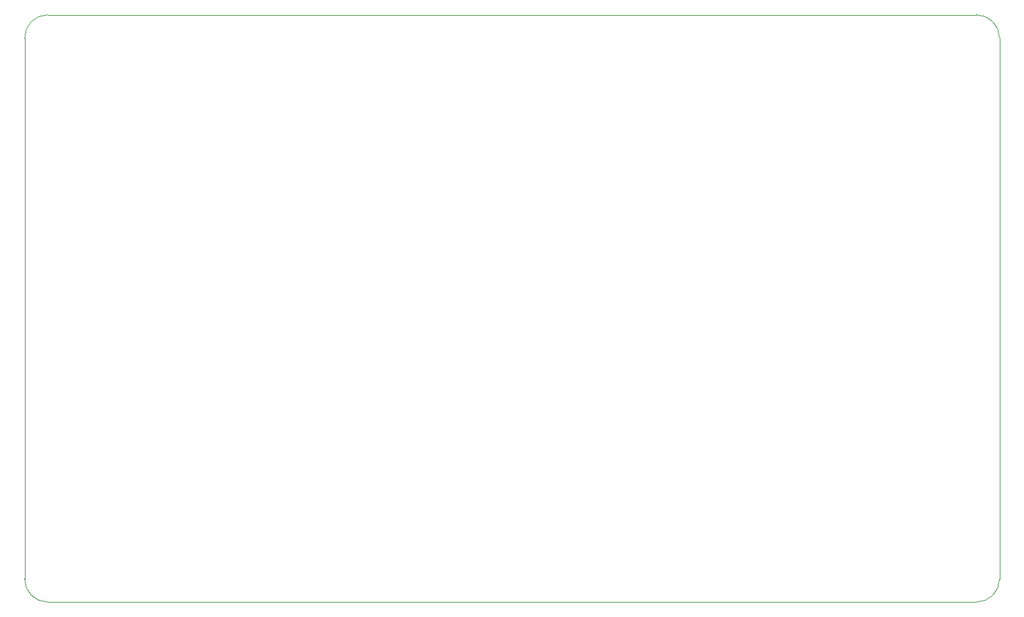
<source format=gbr>
%TF.GenerationSoftware,KiCad,Pcbnew,(5.1.9)-1*%
%TF.CreationDate,2021-01-18T22:12:50-06:00*%
%TF.ProjectId,TMS1,544d5331-2e6b-4696-9361-645f70636258,rev?*%
%TF.SameCoordinates,Original*%
%TF.FileFunction,Profile,NP*%
%FSLAX46Y46*%
G04 Gerber Fmt 4.6, Leading zero omitted, Abs format (unit mm)*
G04 Created by KiCad (PCBNEW (5.1.9)-1) date 2021-01-18 22:12:50*
%MOMM*%
%LPD*%
G01*
G04 APERTURE LIST*
%TA.AperFunction,Profile*%
%ADD10C,0.050000*%
%TD*%
G04 APERTURE END LIST*
D10*
X176000000Y-53000000D02*
G75*
G03*
X173000000Y-50000000I-3000000J0D01*
G01*
X50000000Y-123000000D02*
G75*
G03*
X53000000Y-126000000I3000000J0D01*
G01*
X53000000Y-50000000D02*
G75*
G03*
X50000000Y-53000000I0J-3000000D01*
G01*
X173000000Y-126000000D02*
G75*
G03*
X176000000Y-123000000I0J3000000D01*
G01*
X176000000Y-53000000D02*
X176000000Y-123000000D01*
X53000000Y-126000000D02*
X173000000Y-126000000D01*
X50000000Y-53000000D02*
X50000000Y-123000000D01*
X53000000Y-50000000D02*
X173000000Y-50000000D01*
M02*

</source>
